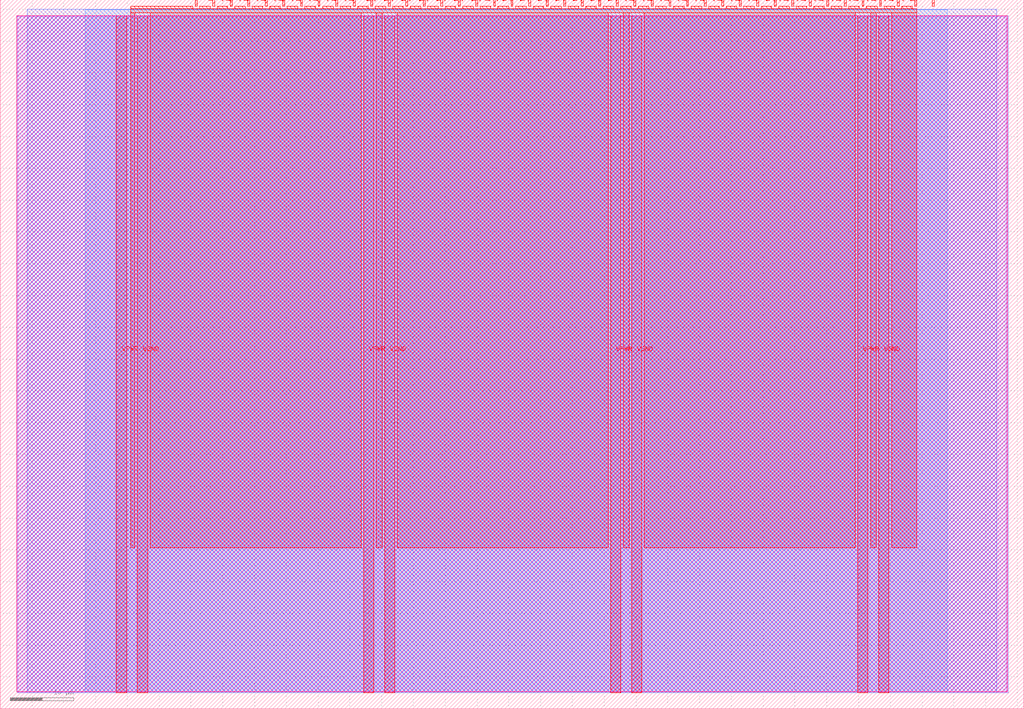
<source format=lef>
VERSION 5.7 ;
  NOWIREEXTENSIONATPIN ON ;
  DIVIDERCHAR "/" ;
  BUSBITCHARS "[]" ;
MACRO tt_um_10_vga_crossyroad
  CLASS BLOCK ;
  FOREIGN tt_um_10_vga_crossyroad ;
  ORIGIN 0.000 0.000 ;
  SIZE 161.000 BY 111.520 ;
  PIN VGND
    DIRECTION INOUT ;
    USE GROUND ;
    PORT
      LAYER met4 ;
        RECT 21.580 2.480 23.180 109.040 ;
    END
    PORT
      LAYER met4 ;
        RECT 60.450 2.480 62.050 109.040 ;
    END
    PORT
      LAYER met4 ;
        RECT 99.320 2.480 100.920 109.040 ;
    END
    PORT
      LAYER met4 ;
        RECT 138.190 2.480 139.790 109.040 ;
    END
  END VGND
  PIN VPWR
    DIRECTION INOUT ;
    USE POWER ;
    PORT
      LAYER met4 ;
        RECT 18.280 2.480 19.880 109.040 ;
    END
    PORT
      LAYER met4 ;
        RECT 57.150 2.480 58.750 109.040 ;
    END
    PORT
      LAYER met4 ;
        RECT 96.020 2.480 97.620 109.040 ;
    END
    PORT
      LAYER met4 ;
        RECT 134.890 2.480 136.490 109.040 ;
    END
  END VPWR
  PIN clk
    DIRECTION INPUT ;
    USE SIGNAL ;
    ANTENNAGATEAREA 0.852000 ;
    PORT
      LAYER met4 ;
        RECT 143.830 110.520 144.130 111.520 ;
    END
  END clk
  PIN ena
    DIRECTION INPUT ;
    USE SIGNAL ;
    PORT
      LAYER met4 ;
        RECT 146.590 110.520 146.890 111.520 ;
    END
  END ena
  PIN rst_n
    DIRECTION INPUT ;
    USE SIGNAL ;
    ANTENNAGATEAREA 0.213000 ;
    PORT
      LAYER met4 ;
        RECT 141.070 110.520 141.370 111.520 ;
    END
  END rst_n
  PIN ui_in[0]
    DIRECTION INPUT ;
    USE SIGNAL ;
    ANTENNAGATEAREA 0.213000 ;
    PORT
      LAYER met4 ;
        RECT 138.310 110.520 138.610 111.520 ;
    END
  END ui_in[0]
  PIN ui_in[1]
    DIRECTION INPUT ;
    USE SIGNAL ;
    PORT
      LAYER met4 ;
        RECT 135.550 110.520 135.850 111.520 ;
    END
  END ui_in[1]
  PIN ui_in[2]
    DIRECTION INPUT ;
    USE SIGNAL ;
    PORT
      LAYER met4 ;
        RECT 132.790 110.520 133.090 111.520 ;
    END
  END ui_in[2]
  PIN ui_in[3]
    DIRECTION INPUT ;
    USE SIGNAL ;
    PORT
      LAYER met4 ;
        RECT 130.030 110.520 130.330 111.520 ;
    END
  END ui_in[3]
  PIN ui_in[4]
    DIRECTION INPUT ;
    USE SIGNAL ;
    PORT
      LAYER met4 ;
        RECT 127.270 110.520 127.570 111.520 ;
    END
  END ui_in[4]
  PIN ui_in[5]
    DIRECTION INPUT ;
    USE SIGNAL ;
    PORT
      LAYER met4 ;
        RECT 124.510 110.520 124.810 111.520 ;
    END
  END ui_in[5]
  PIN ui_in[6]
    DIRECTION INPUT ;
    USE SIGNAL ;
    PORT
      LAYER met4 ;
        RECT 121.750 110.520 122.050 111.520 ;
    END
  END ui_in[6]
  PIN ui_in[7]
    DIRECTION INPUT ;
    USE SIGNAL ;
    PORT
      LAYER met4 ;
        RECT 118.990 110.520 119.290 111.520 ;
    END
  END ui_in[7]
  PIN uio_in[0]
    DIRECTION INPUT ;
    USE SIGNAL ;
    PORT
      LAYER met4 ;
        RECT 116.230 110.520 116.530 111.520 ;
    END
  END uio_in[0]
  PIN uio_in[1]
    DIRECTION INPUT ;
    USE SIGNAL ;
    PORT
      LAYER met4 ;
        RECT 113.470 110.520 113.770 111.520 ;
    END
  END uio_in[1]
  PIN uio_in[2]
    DIRECTION INPUT ;
    USE SIGNAL ;
    PORT
      LAYER met4 ;
        RECT 110.710 110.520 111.010 111.520 ;
    END
  END uio_in[2]
  PIN uio_in[3]
    DIRECTION INPUT ;
    USE SIGNAL ;
    PORT
      LAYER met4 ;
        RECT 107.950 110.520 108.250 111.520 ;
    END
  END uio_in[3]
  PIN uio_in[4]
    DIRECTION INPUT ;
    USE SIGNAL ;
    PORT
      LAYER met4 ;
        RECT 105.190 110.520 105.490 111.520 ;
    END
  END uio_in[4]
  PIN uio_in[5]
    DIRECTION INPUT ;
    USE SIGNAL ;
    PORT
      LAYER met4 ;
        RECT 102.430 110.520 102.730 111.520 ;
    END
  END uio_in[5]
  PIN uio_in[6]
    DIRECTION INPUT ;
    USE SIGNAL ;
    PORT
      LAYER met4 ;
        RECT 99.670 110.520 99.970 111.520 ;
    END
  END uio_in[6]
  PIN uio_in[7]
    DIRECTION INPUT ;
    USE SIGNAL ;
    PORT
      LAYER met4 ;
        RECT 96.910 110.520 97.210 111.520 ;
    END
  END uio_in[7]
  PIN uio_oe[0]
    DIRECTION OUTPUT ;
    USE SIGNAL ;
    PORT
      LAYER met4 ;
        RECT 49.990 110.520 50.290 111.520 ;
    END
  END uio_oe[0]
  PIN uio_oe[1]
    DIRECTION OUTPUT ;
    USE SIGNAL ;
    PORT
      LAYER met4 ;
        RECT 47.230 110.520 47.530 111.520 ;
    END
  END uio_oe[1]
  PIN uio_oe[2]
    DIRECTION OUTPUT ;
    USE SIGNAL ;
    PORT
      LAYER met4 ;
        RECT 44.470 110.520 44.770 111.520 ;
    END
  END uio_oe[2]
  PIN uio_oe[3]
    DIRECTION OUTPUT ;
    USE SIGNAL ;
    PORT
      LAYER met4 ;
        RECT 41.710 110.520 42.010 111.520 ;
    END
  END uio_oe[3]
  PIN uio_oe[4]
    DIRECTION OUTPUT ;
    USE SIGNAL ;
    PORT
      LAYER met4 ;
        RECT 38.950 110.520 39.250 111.520 ;
    END
  END uio_oe[4]
  PIN uio_oe[5]
    DIRECTION OUTPUT ;
    USE SIGNAL ;
    PORT
      LAYER met4 ;
        RECT 36.190 110.520 36.490 111.520 ;
    END
  END uio_oe[5]
  PIN uio_oe[6]
    DIRECTION OUTPUT ;
    USE SIGNAL ;
    PORT
      LAYER met4 ;
        RECT 33.430 110.520 33.730 111.520 ;
    END
  END uio_oe[6]
  PIN uio_oe[7]
    DIRECTION OUTPUT ;
    USE SIGNAL ;
    PORT
      LAYER met4 ;
        RECT 30.670 110.520 30.970 111.520 ;
    END
  END uio_oe[7]
  PIN uio_out[0]
    DIRECTION OUTPUT ;
    USE SIGNAL ;
    PORT
      LAYER met4 ;
        RECT 72.070 110.520 72.370 111.520 ;
    END
  END uio_out[0]
  PIN uio_out[1]
    DIRECTION OUTPUT ;
    USE SIGNAL ;
    PORT
      LAYER met4 ;
        RECT 69.310 110.520 69.610 111.520 ;
    END
  END uio_out[1]
  PIN uio_out[2]
    DIRECTION OUTPUT ;
    USE SIGNAL ;
    PORT
      LAYER met4 ;
        RECT 66.550 110.520 66.850 111.520 ;
    END
  END uio_out[2]
  PIN uio_out[3]
    DIRECTION OUTPUT ;
    USE SIGNAL ;
    PORT
      LAYER met4 ;
        RECT 63.790 110.520 64.090 111.520 ;
    END
  END uio_out[3]
  PIN uio_out[4]
    DIRECTION OUTPUT ;
    USE SIGNAL ;
    PORT
      LAYER met4 ;
        RECT 61.030 110.520 61.330 111.520 ;
    END
  END uio_out[4]
  PIN uio_out[5]
    DIRECTION OUTPUT ;
    USE SIGNAL ;
    PORT
      LAYER met4 ;
        RECT 58.270 110.520 58.570 111.520 ;
    END
  END uio_out[5]
  PIN uio_out[6]
    DIRECTION OUTPUT ;
    USE SIGNAL ;
    PORT
      LAYER met4 ;
        RECT 55.510 110.520 55.810 111.520 ;
    END
  END uio_out[6]
  PIN uio_out[7]
    DIRECTION OUTPUT ;
    USE SIGNAL ;
    PORT
      LAYER met4 ;
        RECT 52.750 110.520 53.050 111.520 ;
    END
  END uio_out[7]
  PIN uo_out[0]
    DIRECTION OUTPUT ;
    USE SIGNAL ;
    ANTENNADIFFAREA 0.445500 ;
    PORT
      LAYER met4 ;
        RECT 94.150 110.520 94.450 111.520 ;
    END
  END uo_out[0]
  PIN uo_out[1]
    DIRECTION OUTPUT ;
    USE SIGNAL ;
    ANTENNADIFFAREA 0.445500 ;
    PORT
      LAYER met4 ;
        RECT 91.390 110.520 91.690 111.520 ;
    END
  END uo_out[1]
  PIN uo_out[2]
    DIRECTION OUTPUT ;
    USE SIGNAL ;
    ANTENNADIFFAREA 0.445500 ;
    PORT
      LAYER met4 ;
        RECT 88.630 110.520 88.930 111.520 ;
    END
  END uo_out[2]
  PIN uo_out[3]
    DIRECTION OUTPUT ;
    USE SIGNAL ;
    ANTENNADIFFAREA 0.445500 ;
    PORT
      LAYER met4 ;
        RECT 85.870 110.520 86.170 111.520 ;
    END
  END uo_out[3]
  PIN uo_out[4]
    DIRECTION OUTPUT ;
    USE SIGNAL ;
    ANTENNAGATEAREA 0.159000 ;
    ANTENNADIFFAREA 0.891000 ;
    PORT
      LAYER met4 ;
        RECT 83.110 110.520 83.410 111.520 ;
    END
  END uo_out[4]
  PIN uo_out[5]
    DIRECTION OUTPUT ;
    USE SIGNAL ;
    ANTENNAGATEAREA 0.159000 ;
    ANTENNADIFFAREA 1.242000 ;
    PORT
      LAYER met4 ;
        RECT 80.350 110.520 80.650 111.520 ;
    END
  END uo_out[5]
  PIN uo_out[6]
    DIRECTION OUTPUT ;
    USE SIGNAL ;
    ANTENNAGATEAREA 0.159000 ;
    ANTENNADIFFAREA 0.891000 ;
    PORT
      LAYER met4 ;
        RECT 77.590 110.520 77.890 111.520 ;
    END
  END uo_out[6]
  PIN uo_out[7]
    DIRECTION OUTPUT ;
    USE SIGNAL ;
    ANTENNADIFFAREA 0.445500 ;
    PORT
      LAYER met4 ;
        RECT 74.830 110.520 75.130 111.520 ;
    END
  END uo_out[7]
  OBS
      LAYER nwell ;
        RECT 2.570 2.635 158.430 108.990 ;
      LAYER li1 ;
        RECT 2.760 2.635 158.240 108.885 ;
      LAYER met1 ;
        RECT 2.760 2.480 158.540 109.040 ;
      LAYER met2 ;
        RECT 4.240 2.535 156.760 110.005 ;
      LAYER met3 ;
        RECT 13.405 2.555 148.975 109.985 ;
      LAYER met4 ;
        RECT 20.535 110.120 30.270 110.520 ;
        RECT 31.370 110.120 33.030 110.520 ;
        RECT 34.130 110.120 35.790 110.520 ;
        RECT 36.890 110.120 38.550 110.520 ;
        RECT 39.650 110.120 41.310 110.520 ;
        RECT 42.410 110.120 44.070 110.520 ;
        RECT 45.170 110.120 46.830 110.520 ;
        RECT 47.930 110.120 49.590 110.520 ;
        RECT 50.690 110.120 52.350 110.520 ;
        RECT 53.450 110.120 55.110 110.520 ;
        RECT 56.210 110.120 57.870 110.520 ;
        RECT 58.970 110.120 60.630 110.520 ;
        RECT 61.730 110.120 63.390 110.520 ;
        RECT 64.490 110.120 66.150 110.520 ;
        RECT 67.250 110.120 68.910 110.520 ;
        RECT 70.010 110.120 71.670 110.520 ;
        RECT 72.770 110.120 74.430 110.520 ;
        RECT 75.530 110.120 77.190 110.520 ;
        RECT 78.290 110.120 79.950 110.520 ;
        RECT 81.050 110.120 82.710 110.520 ;
        RECT 83.810 110.120 85.470 110.520 ;
        RECT 86.570 110.120 88.230 110.520 ;
        RECT 89.330 110.120 90.990 110.520 ;
        RECT 92.090 110.120 93.750 110.520 ;
        RECT 94.850 110.120 96.510 110.520 ;
        RECT 97.610 110.120 99.270 110.520 ;
        RECT 100.370 110.120 102.030 110.520 ;
        RECT 103.130 110.120 104.790 110.520 ;
        RECT 105.890 110.120 107.550 110.520 ;
        RECT 108.650 110.120 110.310 110.520 ;
        RECT 111.410 110.120 113.070 110.520 ;
        RECT 114.170 110.120 115.830 110.520 ;
        RECT 116.930 110.120 118.590 110.520 ;
        RECT 119.690 110.120 121.350 110.520 ;
        RECT 122.450 110.120 124.110 110.520 ;
        RECT 125.210 110.120 126.870 110.520 ;
        RECT 127.970 110.120 129.630 110.520 ;
        RECT 130.730 110.120 132.390 110.520 ;
        RECT 133.490 110.120 135.150 110.520 ;
        RECT 136.250 110.120 137.910 110.520 ;
        RECT 139.010 110.120 140.670 110.520 ;
        RECT 141.770 110.120 143.430 110.520 ;
        RECT 20.535 109.440 144.145 110.120 ;
        RECT 20.535 25.335 21.180 109.440 ;
        RECT 23.580 25.335 56.750 109.440 ;
        RECT 59.150 25.335 60.050 109.440 ;
        RECT 62.450 25.335 95.620 109.440 ;
        RECT 98.020 25.335 98.920 109.440 ;
        RECT 101.320 25.335 134.490 109.440 ;
        RECT 136.890 25.335 137.790 109.440 ;
        RECT 140.190 25.335 144.145 109.440 ;
  END
END tt_um_10_vga_crossyroad
END LIBRARY


</source>
